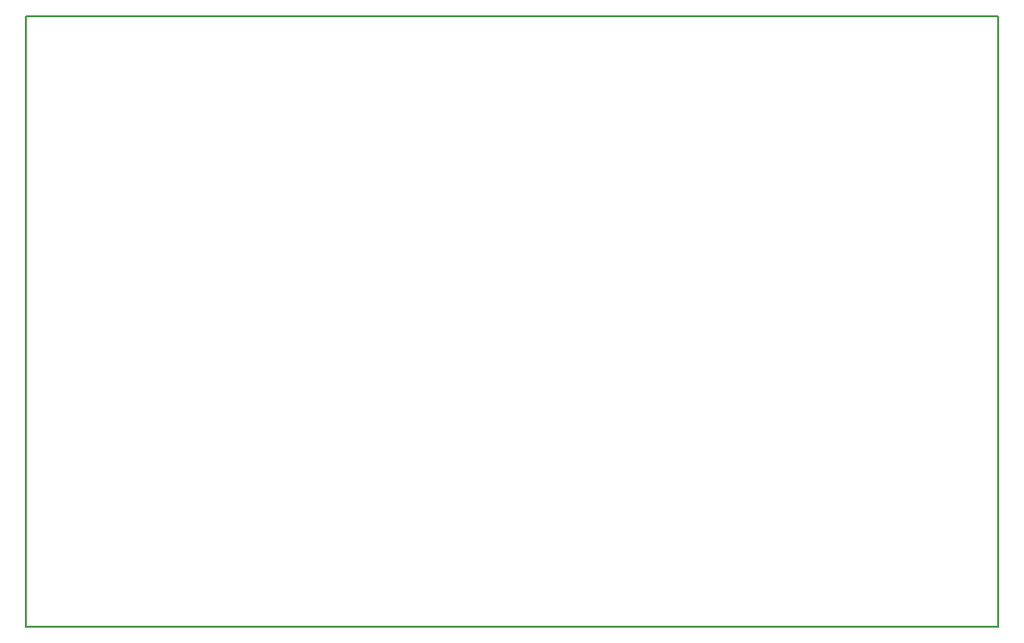
<source format=gm1>
G04*
G04 #@! TF.GenerationSoftware,Altium Limited,Altium Designer,20.1.8 (145)*
G04*
G04 Layer_Color=417716*
%FSTAX43Y43*%
%MOMM*%
G71*
G04*
G04 #@! TF.SameCoordinates,F5FA2015-3190-45B9-AB56-6F14DCCDFD5E*
G04*
G04*
G04 #@! TF.FilePolarity,Positive*
G04*
G01*
G75*
%ADD12C,0.200*%
D12*
X0031Y0026D02*
X0117D01*
Y008D01*
X0031D02*
X0117D01*
X0031Y0026D02*
Y008D01*
M02*

</source>
